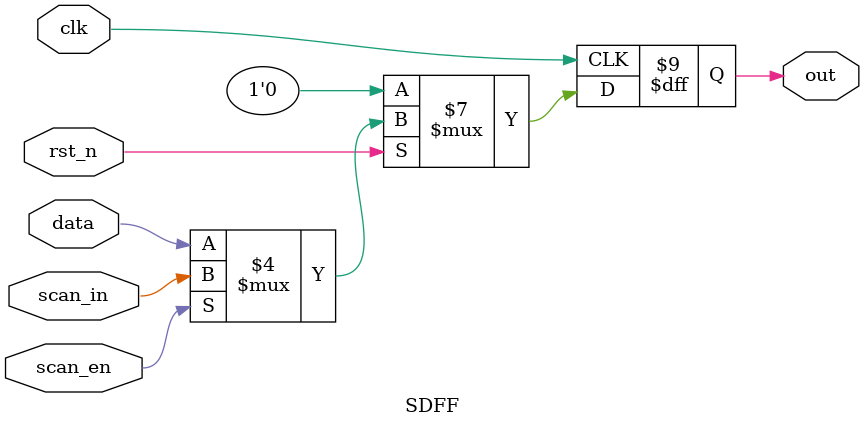
<source format=v>
`timescale 1ns/1ps

module Scan_Chain_Design(clk, rst_n, scan_in, scan_en, scan_out);
input clk;
input rst_n;
input scan_in;
input scan_en;
output scan_out;

wire [8-1:0] p;
wire [4-1:0] a, b;

assign scan_out = b[0];

SDFF sdff7(clk, rst_n, scan_in, scan_en, p[7], a[3]);
SDFF sdff6(clk, rst_n, a[3], scan_en, p[6], a[2]);
SDFF sdff5(clk, rst_n, a[2], scan_en, p[5], a[1]);
SDFF sdff4(clk, rst_n, a[1], scan_en, p[4], a[0]);
SDFF sdff3(clk, rst_n, a[0], scan_en, p[3], b[3]);
SDFF sdff2(clk, rst_n, b[3], scan_en, p[2], b[2]);
SDFF sdff1(clk, rst_n, b[2], scan_en, p[1], b[1]);
SDFF sdff0(clk, rst_n, b[1], scan_en, p[0], b[0]);
assign p = a * b;


always @(posedge clk) begin
    $display("%d %d %d", a, b, p);
end


endmodule

module SDFF(clk, rst_n, scan_in, scan_en, data, out);
input clk, rst_n, scan_in, scan_en, data;
output reg out;


always @(posedge clk) begin
    if (!rst_n) begin
        out <= 1'b0;
    end
    else begin
        if (scan_en) begin
            out <= scan_in;
        end
        else begin
            out <= data;
        end
    end
end

endmodule

</source>
